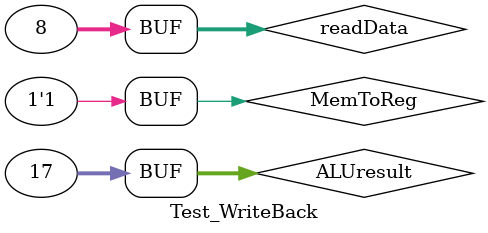
<source format=v>
`timescale 1ns / 1ps


module Test_WriteBack;

	// Inputs
	reg MemToReg;
	reg [31:0] readData;
	reg [31:0] ALUresult;

	// Outputs
	wire [31:0] writeData;

	// Instantiate the Unit Under Test (UUT)
	WriteBack uut (
		.MemToReg(MemToReg), 
		.readData(readData), 
		.ALUresult(ALUresult), 
		.writeData(writeData)
	);

	initial begin
		MemToReg   = 0;
		readData   = 32'b0000_0000_0000_0000_0000_0000_0000_0010; 		//2
		ALUresult = 32'b0000_0000_0000_0000_0000_0000_0001_0111; 	  //23

		#100;
		
		MemToReg   = 1;
		readData   = 32'b0000_0000_0000_0000_0000_0000_0000_1000; 	//8
		ALUresult = 32'b0000_0000_0000_0000_0000_0000_0001_0001;   //17

	end
      
endmodule


</source>
